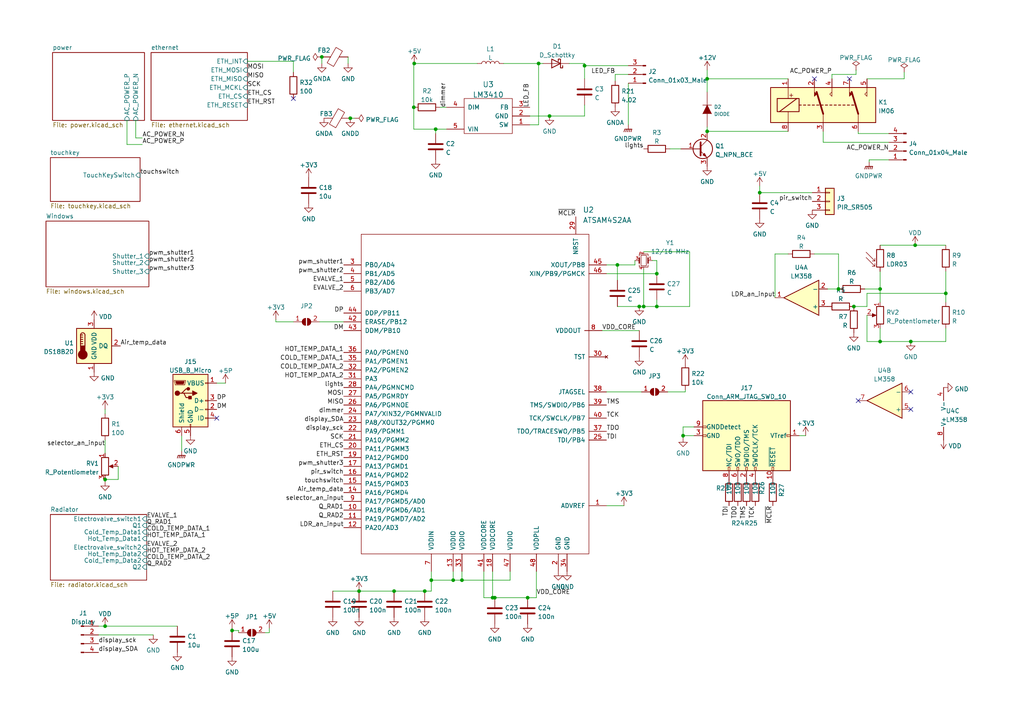
<source format=kicad_sch>
(kicad_sch (version 20211123) (generator eeschema)
  (paper "A4")
  (junction (at 156.21 18.415))
  (junction (at 126.365 37.465))
  (junction (at 190.5 79.375))
  (junction (at 185.42 88.9))
  (junction (at 186.69 88.9))
  (junction (at 120.015 31.115))
  (junction (at 255.27 99.06))
  (junction (at 133.985 168.275))
  (junction (at 205.105 22.86))
  (junction (at 198.12 126.365))
  (junction (at 255.27 83.82))
  (junction (at 179.07 76.835))
  (junction (at 143.51 173.355))
  (junction (at 205.105 38.1))
  (junction (at 101.6 34.29))
  (junction (at 243.205 83.82))
  (junction (at 125.095 168.275))
  (junction (at 120.142 18.415))
  (junction (at 274.32 85.09))
  (junction (at 131.445 168.275))
  (junction (at 104.14 171.45))
  (junction (at 114.3 171.45))
  (junction (at 93.345 16.51))
  (junction (at 169.545 19.05))
  (junction (at 30.48 139.065))
  (junction (at 67.31 182.88))
  (junction (at 142.875 173.355))
  (junction (at 190.5 88.9))
  (junction (at 159.385 33.655))
  (junction (at 264.16 99.06))
  (junction (at 247.65 88.9))
  (junction (at 265.43 71.12))
  (junction (at 153.035 173.355))
  (junction (at 220.345 55.88))
  (junction (at 30.48 181.61))
  (junction (at 123.19 171.45))
  (no_connect (at 236.22 22.86))
  (no_connect (at 264.16 118.745))
  (no_connect (at 264.16 113.665))
  (no_connect (at 246.38 22.86))
  (no_connect (at 62.865 121.285))
  (no_connect (at 248.92 116.205))
  (no_connect (at 85.09 28.575))
  (wire (pts (xy 104.14 171.45) (xy 114.3 171.45)))
  (wire (pts (xy 198.12 126.365) (xy 201.295 126.365)))
  (wire (pts (xy 262.255 22.86) (xy 262.255 20.955)))
  (wire (pts (xy 39.37 34.925) (xy 39.37 40.005)))
  (wire (pts (xy 243.205 83.82) (xy 240.03 83.82)))
  (wire (pts (xy 133.985 165.735) (xy 133.985 168.275)))
  (wire (pts (xy 120.015 18.415) (xy 120.015 31.115)))
  (wire (pts (xy 255.27 83.82) (xy 255.27 87.63)))
  (wire (pts (xy 169.545 22.86) (xy 169.545 19.05)))
  (wire (pts (xy 114.3 171.45) (xy 123.19 171.45)))
  (wire (pts (xy 198.12 126.365) (xy 198.12 127)))
  (wire (pts (xy 120.015 31.115) (xy 120.015 37.465)))
  (wire (pts (xy 220.345 55.88) (xy 235.585 55.88)))
  (wire (pts (xy 231.775 126.365) (xy 233.68 126.365)))
  (wire (pts (xy 62.865 111.125) (xy 65.405 111.125)))
  (wire (pts (xy 238.76 41.275) (xy 257.81 41.275)))
  (wire (pts (xy 175.895 113.665) (xy 186.055 113.665)))
  (wire (pts (xy 30.48 118.745) (xy 30.48 120.015)))
  (wire (pts (xy 143.51 173.355) (xy 153.035 173.355)))
  (wire (pts (xy 274.32 78.74) (xy 274.32 85.09)))
  (wire (pts (xy 186.69 88.9) (xy 185.42 88.9)))
  (wire (pts (xy 251.46 22.86) (xy 262.255 22.86)))
  (wire (pts (xy 52.705 126.365) (xy 52.705 130.81)))
  (wire (pts (xy 190.5 86.995) (xy 190.5 88.9)))
  (wire (pts (xy 265.43 71.12) (xy 274.32 71.12)))
  (wire (pts (xy 34.29 135.255) (xy 34.29 139.065)))
  (wire (pts (xy 175.895 146.685) (xy 180.975 146.685)))
  (wire (pts (xy 252.095 46.355) (xy 252.095 46.99)))
  (wire (pts (xy 205.105 36.83) (xy 205.105 38.1)))
  (wire (pts (xy 179.07 76.835) (xy 179.07 81.28)))
  (wire (pts (xy 179.07 76.835) (xy 184.15 76.835)))
  (wire (pts (xy 255.27 95.25) (xy 255.27 99.06)))
  (wire (pts (xy 133.985 168.275) (xy 147.955 168.275)))
  (wire (pts (xy 175.895 76.835) (xy 179.07 76.835)))
  (wire (pts (xy 142.875 165.735) (xy 142.875 173.355)))
  (wire (pts (xy 251.46 91.44) (xy 251.46 99.06)))
  (wire (pts (xy 243.205 73.66) (xy 243.205 83.82)))
  (wire (pts (xy 153.67 36.195) (xy 156.21 36.195)))
  (wire (pts (xy 274.32 85.09) (xy 274.32 87.63)))
  (wire (pts (xy 205.105 22.86) (xy 205.105 26.67)))
  (wire (pts (xy 92.71 93.345) (xy 99.695 93.345)))
  (wire (pts (xy 96.52 171.45) (xy 104.14 171.45)))
  (wire (pts (xy 36.83 34.925) (xy 36.83 41.91)))
  (wire (pts (xy 205.105 20.32) (xy 205.105 22.86)))
  (wire (pts (xy 255.27 99.06) (xy 264.16 99.06)))
  (wire (pts (xy 138.43 18.415) (xy 120.142 18.415)))
  (wire (pts (xy 257.81 46.355) (xy 252.095 46.355)))
  (wire (pts (xy 67.31 182.245) (xy 67.31 182.88)))
  (wire (pts (xy 142.875 173.355) (xy 143.51 173.355)))
  (wire (pts (xy 189.23 75.565) (xy 190.5 75.565)))
  (wire (pts (xy 220.345 53.975) (xy 220.345 55.88)))
  (wire (pts (xy 200.025 88.9) (xy 190.5 88.9)))
  (wire (pts (xy 78.105 183.515) (xy 76.835 183.515)))
  (wire (pts (xy 174.625 95.885) (xy 185.42 95.885)))
  (wire (pts (xy 205.105 38.1) (xy 228.6 38.1)))
  (wire (pts (xy 241.3 21.59) (xy 241.3 22.86)))
  (wire (pts (xy 198.12 123.825) (xy 198.12 126.365)))
  (wire (pts (xy 198.755 113.665) (xy 198.755 113.03)))
  (wire (pts (xy 30.48 181.61) (xy 51.435 181.61)))
  (wire (pts (xy 169.545 30.48) (xy 169.545 33.655)))
  (wire (pts (xy 179.07 88.9) (xy 185.42 88.9)))
  (wire (pts (xy 85.09 20.955) (xy 85.09 17.78)))
  (wire (pts (xy 100.965 16.51) (xy 100.965 18.415)))
  (wire (pts (xy 125.095 165.735) (xy 125.095 168.275)))
  (wire (pts (xy 28.575 184.15) (xy 44.45 184.15)))
  (wire (pts (xy 126.365 38.735) (xy 126.365 37.465)))
  (wire (pts (xy 169.545 19.05) (xy 169.545 18.415)))
  (wire (pts (xy 200.025 73.025) (xy 200.025 88.9)))
  (wire (pts (xy 247.65 88.9) (xy 251.46 88.9)))
  (wire (pts (xy 251.46 99.06) (xy 255.27 99.06)))
  (wire (pts (xy 101.6 34.29) (xy 102.87 34.29)))
  (wire (pts (xy 146.05 18.415) (xy 156.21 18.415)))
  (wire (pts (xy 178.435 21.59) (xy 182.245 21.59)))
  (wire (pts (xy 30.48 139.065) (xy 30.48 139.7)))
  (wire (pts (xy 169.545 19.05) (xy 182.245 19.05)))
  (wire (pts (xy 248.92 38.735) (xy 257.81 38.735)))
  (wire (pts (xy 125.095 168.275) (xy 131.445 168.275)))
  (wire (pts (xy 175.895 79.375) (xy 190.5 79.375)))
  (wire (pts (xy 140.335 165.735) (xy 140.335 173.355)))
  (wire (pts (xy 36.83 41.91) (xy 41.275 41.91)))
  (wire (pts (xy 201.295 123.825) (xy 198.12 123.825)))
  (wire (pts (xy 248.92 38.1) (xy 248.92 38.735)))
  (wire (pts (xy 169.545 18.415) (xy 165.1 18.415)))
  (wire (pts (xy 186.69 78.105) (xy 186.69 88.9)))
  (wire (pts (xy 264.16 99.06) (xy 274.32 99.06)))
  (wire (pts (xy 156.21 18.415) (xy 157.48 18.415)))
  (wire (pts (xy 126.365 37.465) (xy 129.54 37.465)))
  (wire (pts (xy 140.335 173.355) (xy 142.875 173.355)))
  (wire (pts (xy 251.46 85.09) (xy 274.32 85.09)))
  (wire (pts (xy 125.095 171.45) (xy 125.095 168.275)))
  (wire (pts (xy 251.46 88.9) (xy 251.46 85.09)))
  (wire (pts (xy 131.445 168.275) (xy 133.985 168.275)))
  (wire (pts (xy 69.215 182.88) (xy 69.215 183.515)))
  (wire (pts (xy 186.69 73.025) (xy 200.025 73.025)))
  (wire (pts (xy 30.48 127.635) (xy 30.48 131.445)))
  (wire (pts (xy 80.01 93.345) (xy 80.01 92.71)))
  (wire (pts (xy 120.015 37.465) (xy 126.365 37.465)))
  (wire (pts (xy 190.5 75.565) (xy 190.5 79.375)))
  (wire (pts (xy 169.545 33.655) (xy 159.385 33.655)))
  (wire (pts (xy 236.22 73.66) (xy 243.205 73.66)))
  (wire (pts (xy 131.445 165.735) (xy 131.445 168.275)))
  (wire (pts (xy 39.37 40.005) (xy 41.275 40.005)))
  (wire (pts (xy 127.635 31.115) (xy 129.54 31.115)))
  (wire (pts (xy 67.31 182.88) (xy 69.215 182.88)))
  (wire (pts (xy 205.105 22.86) (xy 228.6 22.86)))
  (wire (pts (xy 238.76 38.1) (xy 238.76 41.275)))
  (wire (pts (xy 34.29 139.065) (xy 30.48 139.065)))
  (wire (pts (xy 155.575 165.735) (xy 155.575 173.355)))
  (wire (pts (xy 184.15 76.835) (xy 184.15 75.565)))
  (wire (pts (xy 147.955 168.275) (xy 147.955 165.735)))
  (wire (pts (xy 156.21 36.195) (xy 156.21 18.415)))
  (wire (pts (xy 123.19 171.45) (xy 125.095 171.45)))
  (wire (pts (xy 178.435 21.59) (xy 178.435 23.495)))
  (wire (pts (xy 190.5 88.9) (xy 186.69 88.9)))
  (wire (pts (xy 274.32 99.06) (xy 274.32 95.25)))
  (wire (pts (xy 224.79 73.66) (xy 228.6 73.66)))
  (wire (pts (xy 194.31 43.18) (xy 197.485 43.18)))
  (wire (pts (xy 78.105 182.245) (xy 78.105 183.515)))
  (wire (pts (xy 85.09 17.78) (xy 71.755 17.78)))
  (wire (pts (xy 250.825 83.82) (xy 255.27 83.82)))
  (wire (pts (xy 182.245 24.13) (xy 182.245 36.195)))
  (wire (pts (xy 155.575 173.355) (xy 153.035 173.355)))
  (wire (pts (xy 28.575 181.61) (xy 30.48 181.61)))
  (wire (pts (xy 248.285 21.59) (xy 241.3 21.59)))
  (wire (pts (xy 93.345 16.51) (xy 93.345 18.415)))
  (wire (pts (xy 248.285 20.32) (xy 248.285 21.59)))
  (wire (pts (xy 193.675 113.665) (xy 198.755 113.665)))
  (wire (pts (xy 255.27 78.74) (xy 255.27 83.82)))
  (wire (pts (xy 224.79 86.36) (xy 224.79 73.66)))
  (wire (pts (xy 120.142 18.415) (xy 120.015 18.415)))
  (wire (pts (xy 85.09 93.345) (xy 80.01 93.345)))
  (wire (pts (xy 153.67 33.655) (xy 159.385 33.655)))
  (wire (pts (xy 255.27 71.12) (xy 265.43 71.12)))
  (label "EVALVE_1" (at 42.545 150.495 0))
  (label "dimmer" (at 129.54 31.115 90))
  (label "AC_POWER_P" (at 41.275 41.91 0))
  (label "LDR_an_input" (at 224.79 86.36 180))
  (label "pwm_shutter1" (at 43.18 74.295 0))
  (label "SCK" (at 99.695 127.635 180))
  (label "LED_FB" (at 178.435 21.59 180))
  (label "pwm_shutter2" (at 43.18 76.2 0))
  (label "dimmer" (at 99.695 120.015 180))
  (label "pir_switch" (at 99.695 137.795 180))
  (label "display_SDA" (at 28.575 189.23 0))
  (label "MOSI" (at 99.695 114.935 180))
  (label "COLD_TEMP_DATA_2" (at 42.545 162.56 0))
  (label "MISO" (at 99.695 117.475 180))
  (label "TDI" (at 175.895 127.635 0))
  (label "pwm_shutter3" (at 99.695 135.255 180))
  (label "~{MCLR}" (at 224.155 146.685 270))
  (label "ETH_CS" (at 71.755 27.94 0))
  (label "pir_switch" (at 235.585 58.42 180))
  (label "HOT_TEMP_DATA_2" (at 99.695 109.855 180))
  (label "HOT_TEMP_DATA_2" (at 42.545 160.655 0))
  (label "ETH_CS" (at 99.695 130.175 180))
  (label "TMS" (at 175.895 117.475 0))
  (label "Q_RAD1" (at 99.695 147.955 180))
  (label "COLD_TEMP_DATA_1" (at 42.545 154.305 0))
  (label "LED_FB" (at 153.67 31.115 90))
  (label "AC_POWER_N" (at 257.81 43.815 180))
  (label "DM" (at 62.865 118.745 0))
  (label "~{MCLR}" (at 167.005 62.865 180))
  (label "ETH_RST" (at 71.755 30.48 0))
  (label "MISO" (at 71.755 22.86 0))
  (label "LDR_an_input" (at 99.695 153.035 180))
  (label "display_sck" (at 28.575 186.69 0))
  (label "EVALVE_1" (at 99.695 81.915 180))
  (label "VDD_CORE" (at 155.575 172.72 0))
  (label "EVALVE_2" (at 99.695 84.455 180))
  (label "pwm_shutter2" (at 99.695 79.375 180))
  (label "selector_an_input" (at 99.695 145.415 180))
  (label "AC_POWER_P" (at 241.3 21.59 180))
  (label "AC_POWER_N" (at 41.275 40.005 0))
  (label "DP" (at 62.865 116.205 0))
  (label "HOT_TEMP_DATA_1" (at 42.545 156.21 0))
  (label "pwm_shutter1" (at 99.695 76.835 180))
  (label "Q_RAD2" (at 99.695 150.495 180))
  (label "touchswitch" (at 99.695 140.335 180))
  (label "MOSI" (at 71.755 20.32 0))
  (label "lights" (at 186.69 43.18 180))
  (label "TDO" (at 175.895 125.095 0))
  (label "EVALVE_2" (at 42.545 158.75 0))
  (label "Air_temp_data" (at 99.695 142.875 180))
  (label "selector_an_input" (at 30.48 129.54 180))
  (label "display_sck" (at 99.695 125.095 180))
  (label "TCK" (at 219.075 146.685 270))
  (label "COLD_TEMP_DATA_1" (at 99.695 104.775 180))
  (label "lights" (at 99.695 112.395 180))
  (label "Q_RAD2" (at 42.545 164.465 0))
  (label "SCK" (at 71.755 25.4 0))
  (label "HOT_TEMP_DATA_1" (at 99.695 102.235 180))
  (label "pwm_shutter3" (at 43.18 78.74 0))
  (label "VDD_CORE" (at 174.625 95.885 0))
  (label "Q_RAD1" (at 42.545 152.4 0))
  (label "TDI" (at 211.455 146.685 270))
  (label "Air_temp_data" (at 34.925 100.33 0))
  (label "ETH_RST" (at 99.695 132.715 180))
  (label "TCK" (at 175.895 121.285 0))
  (label "touchswitch" (at 40.64 50.8 0))
  (label "DP" (at 99.695 90.805 180))
  (label "COLD_TEMP_DATA_2" (at 99.695 107.315 180))
  (label "DM" (at 99.695 95.885 180))
  (label "TMS" (at 216.535 146.685 270))
  (label "TDO" (at 213.995 146.685 270))
  (label "display_SDA" (at 99.695 122.555 180))
  (symbol (lib_id "Device:R") (at 274.32 74.93 0) (mirror y) (unit 1)
    (property "Reference" "R9" (at 276.098 74.0953 0) (effects (justify right)))
    (property "Value" "R" (at 276.098 76.6322 0) (effects (justify right)))
    (property "Footprint" "Resistor_SMD:R_0201_0603Metric_Pad0.64x0.40mm_HandSolder" (effects hide))
  )
  (symbol (lib_id "Device:R") (at 219.075 142.875 0) (unit 1)
    (property "Reference" "R26" (at 220.98 143.51 90) (effects (justify left)))
    (property "Value" "100" (at 219.075 143.51 90) (effects (justify left)))
    (property "Footprint" "Resistor_SMD:R_0201_0603Metric_Pad0.64x0.40mm_HandSolder" (effects hide))
  )
  (symbol (lib_id "myLibrary:GND") (at 143.51 180.975 0) (unit 1)
    (property "Reference" "#PWR0117" (effects hide))
    (property "Value" "GND" (at 143.51 185.4184 0))
  )
  (symbol (lib_id "Connector:Conn_01x04_Male") (at 23.495 184.15 0) (unit 1)
    (property "Reference" "J1" (at 24.13 177.834 0))
    (property "Value" "Display" (at 24.13 180.3709 0))
    (property "Footprint" "Connector_JST:JST_PH_B4B-PH-K_1x04_P2.00mm_Vertical" (effects hide))
    (property "url" "https://www.amazon.es/dp/B078J78R45/ref=sspa_dk_detail_0?psc=1&pd_rd_i=B078J78R45&pd_rd_w=cY64k&content-id=amzn1.sym.9c67f205-18e7-4d34-beb2-37ec708092ed&pf_rd_p=9c67f205-18e7-4d34-beb2-37ec708092ed&pf_rd_r=749S8JQASYTGV3R79W08&pd_rd_wg=tc7rZ&pd_rd_r=1a991538-8125-41b3-8eea-8035c94e15fe&s=computers&sp_csd=d2lkZ2V0TmFtZT1zcF9kZXRhaWw" (effects hide))
  )
  (symbol (lib_id "myLibrary:GND") (at 153.035 180.975 0) (unit 1)
    (property "Reference" "#PWR0116" (effects hide))
    (property "Value" "GND" (at 153.035 185.4184 0))
  )
  (symbol (lib_id "myLibrary:ATSAM4S2AA") (at 123.825 88.265 0) (unit 1)
    (property "Reference" "U2" (at 169.0244 60.8675 0) (effects (font (size 1.524 1.524)) (justify left)))
    (property "Value" "ATSAM4S2AA" (at 169.0244 63.8609 0) (effects (font (size 1.524 1.524)) (justify left)))
    (property "Footprint" "Package_QFP:LQFP-48_7x7mm_P0.5mm" (effects hide))
  )
  (symbol (lib_id "power:GNDA") (at 178.435 31.115 0) (unit 1)
    (property "Reference" "#PWR0102" (effects hide))
    (property "Value" "GNDA" (at 178.435 35.5584 0))
  )
  (symbol (lib_id "myLibrary:GND") (at 235.585 60.96 0) (unit 1)
    (property "Reference" "#PWR015" (effects hide))
    (property "Value" "GND" (at 235.585 65.4034 0))
  )
  (symbol (lib_id "myLibrary:GND") (at 27.305 107.95 0) (unit 1)
    (property "Reference" "#PWR02" (effects hide))
    (property "Value" "GND" (at 29.21 109.6538 0) (effects (justify left)))
  )
  (symbol (lib_id "power:GNDPWR") (at 52.705 130.81 0) (unit 1)
    (property "Reference" "#PWR0114" (effects hide))
    (property "Value" "GNDPWR" (at 52.578 134.847 0))
  )
  (symbol (lib_id "myLibrary:GND") (at 264.16 99.06 0) (unit 1)
    (property "Reference" "#PWR019" (effects hide))
    (property "Value" "GND" (at 264.16 103.5034 0))
  )
  (symbol (lib_id "myLibrary:GND") (at 67.31 190.5 0) (unit 1)
    (property "Reference" "#PWR0113" (effects hide))
    (property "Value" "GND" (at 67.31 194.9434 0))
  )
  (symbol (lib_id "Device:C") (at 179.07 85.09 0) (unit 1)
    (property "Reference" "C25" (at 181.991 84.2553 0) (effects (justify left)))
    (property "Value" "C" (at 181.991 86.7922 0) (effects (justify left)))
    (property "Footprint" "Capacitor_SMD:C_0603_1608Metric_Pad1.08x0.95mm_HandSolder" (effects hide))
  )
  (symbol (lib_id "Device:R") (at 211.455 142.875 0) (unit 1)
    (property "Reference" "R23" (at 207.645 141.605 0) (effects (justify left)))
    (property "Value" "100" (at 211.455 143.51 90) (effects (justify left)))
    (property "Footprint" "Resistor_SMD:R_0201_0603Metric_Pad0.64x0.40mm_HandSolder" (effects hide))
  )
  (symbol (lib_id "Amplifier_Operational:LM358") (at 256.54 116.205 180) (unit 2)
    (property "Reference" "U4" (at 256.54 107.4252 0))
    (property "Value" "LM358" (at 256.54 109.9621 0))
    (property "Footprint" "Package_SO:SOIC-8_3.9x4.9mm_P1.27mm" (effects hide))
    (property "Datasheet" "http://www.ti.com/lit/ds/symlink/lm2904-n.pdf" (effects hide))
  )
  (symbol (lib_id "Device:C") (at 185.42 99.695 0) (unit 1)
    (property "Reference" "C26" (at 188.341 98.8603 0) (effects (justify left)))
    (property "Value" "C" (at 188.341 101.3972 0) (effects (justify left)))
    (property "Footprint" "Capacitor_SMD:C_0603_1608Metric_Pad1.08x0.95mm_HandSolder" (effects hide))
  )
  (symbol (lib_id "Device:C") (at 190.5 83.185 0) (unit 1)
    (property "Reference" "C27" (at 193.421 82.3503 0) (effects (justify left)))
    (property "Value" "C" (at 193.421 84.8872 0) (effects (justify left)))
    (property "Footprint" "Capacitor_SMD:C_0603_1608Metric_Pad1.08x0.95mm_HandSolder" (effects hide))
  )
  (symbol (lib_id "Connector:Conn_01x04_Male") (at 262.89 43.815 180) (unit 1)
    (property "Reference" "J4" (at 263.6012 41.7103 0) (effects (justify right)))
    (property "Value" "Conn_01x04_Male" (at 263.6012 44.2472 0) (effects (justify right)))
    (property "Footprint" "TerminalBlock_Phoenix:TerminalBlock_Phoenix_MKDS-1,5-4-5.08_1x04_P5.08mm_Horizontal" (effects hide))
  )
  (symbol (lib_id "power:+5V") (at 220.345 53.975 0) (unit 1)
    (property "Reference" "#PWR013" (effects hide))
    (property "Value" "+5V" (at 220.345 50.3992 0))
  )
  (symbol (lib_id "myLibrary:GND") (at 185.42 88.9 0) (unit 1)
    (property "Reference" "#PWR0101" (effects hide))
    (property "Value" "GND" (at 185.42 93.3434 0))
  )
  (symbol (lib_id "Connector:Conn_01x03_Male") (at 187.325 21.59 180) (unit 1)
    (property "Reference" "J2" (at 188.0362 20.7553 0) (effects (justify right)))
    (property "Value" "Conn_01x03_Male" (at 188.0362 23.2922 0) (effects (justify right)))
    (property "Footprint" "TerminalBlock_Phoenix:TerminalBlock_Phoenix_MKDS-1,5-3-5.08_1x03_P5.08mm_Horizontal" (effects hide))
  )
  (symbol (lib_id "myLibrary:GND") (at 220.345 63.5 0) (unit 1)
    (property "Reference" "#PWR014" (effects hide))
    (property "Value" "GND" (at 220.345 67.9434 0))
  )
  (symbol (lib_id "myLibrary:GND") (at 30.48 139.7 0) (unit 1)
    (property "Reference" "#PWR04" (effects hide))
    (property "Value" "GND" (at 30.48 144.1434 0))
  )
  (symbol (lib_id "power:+12V") (at 205.105 20.32 0) (unit 1)
    (property "Reference" "#PWR011" (effects hide))
    (property "Value" "+12V" (at 205.105 16.7442 0))
  )
  (symbol (lib_id "power:GNDA") (at 93.345 18.415 0) (unit 1)
    (property "Reference" "#PWR0145" (effects hide))
    (property "Value" "GNDA" (at 93.345 22.8584 0))
  )
  (symbol (lib_id "Device:R") (at 198.755 109.22 0) (unit 1)
    (property "Reference" "R22" (at 200.533 108.3853 0) (effects (justify left)))
    (property "Value" "10k" (at 200.533 110.9222 0) (effects (justify left)))
    (property "Footprint" "Resistor_SMD:R_0201_0603Metric_Pad0.64x0.40mm_HandSolder" (effects hide))
  )
  (symbol (lib_id "power:VDD") (at 30.48 181.61 0) (unit 1)
    (property "Reference" "#PWR05" (effects hide))
    (property "Value" "VDD" (at 30.48 178.0342 0))
  )
  (symbol (lib_id "Device:C") (at 96.52 175.26 0) (unit 1)
    (property "Reference" "C19" (at 99.441 174.4253 0) (effects (justify left)))
    (property "Value" "100n" (at 99.441 176.9622 0) (effects (justify left)))
    (property "Footprint" "Capacitor_SMD:C_0603_1608Metric_Pad1.08x0.95mm_HandSolder" (effects hide))
  )
  (symbol (lib_id "myLibrary:GND") (at 198.12 127 0) (unit 1)
    (property "Reference" "#PWR0106" (effects hide))
    (property "Value" "GND" (at 198.12 131.4434 0))
  )
  (symbol (lib_id "Device:R_Potentiometer") (at 255.27 91.44 0) (mirror y) (unit 1)
    (property "Reference" "RV2" (at 257.048 90.6053 0) (effects (justify right)))
    (property "Value" "R_Potentiometer" (at 257.048 93.1422 0) (effects (justify right)))
    (property "Footprint" "Potentiometer_SMD:Potentiometer_Bourns_TC33X_Vertical" (effects hide))
    (property "Supplier and ref" "743-2491" (effects hide))
  )
  (symbol (lib_id "Device:C") (at 126.365 42.545 0) (unit 1)
    (property "Reference" "C2" (at 129.286 41.7103 0) (effects (justify left)))
    (property "Value" "C" (at 129.286 44.2472 0) (effects (justify left)))
    (property "Footprint" "Capacitor_SMD:C_0603_1608Metric_Pad1.08x0.95mm_HandSolder" (effects hide))
  )
  (symbol (lib_id "myLibrary:GND") (at 161.925 165.735 0) (unit 1)
    (property "Reference" "#PWR0109" (effects hide))
    (property "Value" "GND" (at 161.925 170.1784 0))
  )
  (symbol (lib_id "myLibrary:GND") (at 114.3 179.07 0) (unit 1)
    (property "Reference" "#PWR0121" (effects hide))
    (property "Value" "GND" (at 114.3 183.5134 0))
  )
  (symbol (lib_id "Device:R") (at 274.32 91.44 0) (unit 1)
    (property "Reference" "R10" (at 276.098 90.6053 0) (effects (justify left)))
    (property "Value" "R" (at 276.098 93.1422 0) (effects (justify left)))
    (property "Footprint" "Resistor_SMD:R_0201_0603Metric_Pad0.64x0.40mm_HandSolder" (effects hide))
  )
  (symbol (lib_id "power:+3V3") (at 89.535 51.435 0) (unit 1)
    (property "Reference" "#PWR0123" (effects hide))
    (property "Value" "+3V3" (at 89.535 47.8592 0))
  )
  (symbol (lib_id "Device:C") (at 123.19 175.26 0) (unit 1)
    (property "Reference" "C22" (at 126.111 174.4253 0) (effects (justify left)))
    (property "Value" "100n" (at 126.111 176.9622 0) (effects (justify left)))
    (property "Footprint" "Capacitor_SMD:C_0603_1608Metric_Pad1.08x0.95mm_HandSolder" (effects hide))
  )
  (symbol (lib_id "myLibrary:GND") (at 185.42 103.505 0) (unit 1)
    (property "Reference" "#PWR0104" (effects hide))
    (property "Value" "GND" (at 185.42 107.9484 0))
  )
  (symbol (lib_id "power:+5V") (at 120.142 18.415 0) (unit 1)
    (property "Reference" "#PWR0144" (effects hide))
    (property "Value" "+5V" (at 120.142 14.8392 0))
  )
  (symbol (lib_id "Jumper:SolderJumper_2_Open") (at 88.9 93.345 0) (unit 1)
    (property "Reference" "JP2" (at 88.9 88.7562 0))
    (property "Value" "SolderJumper_2_Open" (effects hide))
    (property "Footprint" "Jumper:SolderJumper-2_P1.3mm_Open_TrianglePad1.0x1.5mm" (effects hide))
  )
  (symbol (lib_id "Jumper:SolderJumper_2_Open") (at 73.025 183.515 0) (unit 1)
    (property "Reference" "JP1" (at 73.025 178.9262 0))
    (property "Value" "SolderJumper_2_Open" (effects hide))
    (property "Footprint" "Jumper:SolderJumper-2_P1.3mm_Open_TrianglePad1.0x1.5mm" (effects hide))
  )
  (symbol (lib_id "Device:C") (at 89.535 55.245 0) (unit 1)
    (property "Reference" "C18" (at 92.456 54.4103 0) (effects (justify left)))
    (property "Value" "10u" (at 92.456 56.9472 0) (effects (justify left)))
    (property "Footprint" "Capacitor_Tantalum_SMD:CP_EIA-3528-12_Kemet-T_Pad1.50x2.35mm_HandSolder" (effects hide))
  )
  (symbol (lib_id "Device:R") (at 213.995 142.875 0) (unit 1)
    (property "Reference" "R24" (at 212.09 151.765 0) (effects (justify left)))
    (property "Value" "100" (at 213.995 143.51 90) (effects (justify left)))
    (property "Footprint" "Resistor_SMD:R_0201_0603Metric_Pad0.64x0.40mm_HandSolder" (effects hide))
  )
  (symbol (lib_id "power:+3V3") (at 104.14 171.45 0) (unit 1)
    (property "Reference" "#PWR0120" (effects hide))
    (property "Value" "+3V3" (at 104.14 167.8742 0))
  )
  (symbol (lib_id "power:PWR_FLAG") (at 102.87 34.29 270) (unit 1)
    (property "Reference" "#FLG05" (effects hide))
    (property "Value" "PWR_FLAG" (at 106.045 34.7238 90) (effects (justify left)))
  )
  (symbol (lib_id "Device:Q_NPN_BCE") (at 202.565 43.18 0) (unit 1)
    (property "Reference" "Q1" (at 207.4164 42.3453 0) (effects (justify left)))
    (property "Value" "Q_NPN_BCE" (at 207.4164 44.8822 0) (effects (justify left)))
    (property "Footprint" "Package_TO_SOT_SMD:SOT-223-3_TabPin2" (effects hide))
  )
  (symbol (lib_id "Device:FerriteBead") (at 97.155 16.51 90) (unit 1)
    (property "Reference" "FB2" (at 93.98 14.605 90))
    (property "Value" "FerriteBead" (effects hide))
    (property "Footprint" "Inductor_SMD:L_0603_1608Metric_Pad1.05x0.95mm_HandSolder" (effects hide))
  )
  (symbol (lib_id "Device:R") (at 178.435 27.305 0) (unit 1)
    (property "Reference" "R21" (at 180.213 26.4703 0) (effects (justify left)))
    (property "Value" "4.02" (at 180.213 29.0072 0) (effects (justify left)))
    (property "Footprint" "Resistor_SMD:R_0201_0603Metric_Pad0.64x0.40mm_HandSolder" (effects hide))
  )
  (symbol (lib_id "myLibrary:DIODE") (at 205.105 31.75 90) (unit 1)
    (property "Reference" "D2" (at 207.0862 31.0188 90) (effects (font (size 1.016 1.016)) (justify right)))
    (property "Value" "DIODE" (at 207.0862 33.0992 90) (effects (font (size 1.016 1.016)) (justify right)))
    (property "Footprint" "Diode_SMD:D_MELF_Handsoldering" (effects hide))
  )
  (symbol (lib_id "Device:C") (at 143.51 177.165 0) (unit 1)
    (property "Reference" "C23" (at 146.431 176.3303 0) (effects (justify left)))
    (property "Value" "100n" (at 146.431 178.8672 0) (effects (justify left)))
    (property "Footprint" "Capacitor_SMD:C_0603_1608Metric_Pad1.08x0.95mm_HandSolder" (effects hide))
  )
  (symbol (lib_id "Device:R") (at 247.015 83.82 90) (unit 1)
    (property "Reference" "R6" (at 247.015 79.1042 90))
    (property "Value" "R" (at 247.015 81.6411 90))
    (property "Footprint" "Resistor_SMD:R_0201_0603Metric_Pad0.64x0.40mm_HandSolder" (effects hide))
  )
  (symbol (lib_id "power:+3V3") (at 180.975 146.685 0) (unit 1)
    (property "Reference" "#PWR0107" (effects hide))
    (property "Value" "+3V3" (at 180.975 143.1092 0))
  )
  (symbol (lib_id "Device:D_Schottky") (at 161.29 18.415 180) (unit 1)
    (property "Reference" "D1" (at 161.6075 13.4452 0))
    (property "Value" "D_Schottky" (at 161.6075 15.9821 0))
    (property "Footprint" "Diode_SMD:D_Powermite2_AK" (effects hide))
  )
  (symbol (lib_id "myLibrary:LM3410") (at 139.7 37.465 0) (unit 1)
    (property "Reference" "U3" (at 141.605 24.4909 0) (effects (font (size 1.524 1.524))))
    (property "Value" "LM3410" (at 141.605 27.4843 0) (effects (font (size 1.524 1.524))))
    (property "Footprint" "Package_TO_SOT_SMD:SOT-23-5_HandSoldering" (effects hide))
    (property "Supplier and ref" "517268" (effects hide))
  )
  (symbol (lib_id "power:VDD") (at 27.305 92.71 0) (unit 1)
    (property "Reference" "#PWR01" (effects hide))
    (property "Value" "VDD" (at 28.702 91.8738 0) (effects (justify left)))
  )
  (symbol (lib_id "myLibrary:GND") (at 96.52 179.07 0) (unit 1)
    (property "Reference" "#PWR0119" (effects hide))
    (property "Value" "GND" (at 96.52 183.5134 0))
  )
  (symbol (lib_id "Relay:IM06") (at 238.76 30.48 0) (unit 1)
    (property "Reference" "K1" (at 254.762 29.6453 0) (effects (justify left)))
    (property "Value" "IM06" (at 254.762 32.1822 0) (effects (justify left)))
    (property "Footprint" "footprints:IM06CTS" (effects hide))
    (property "Datasheet" "http://www.te.com/commerce/DocumentDelivery/DDEController?Action=srchrtrv&DocNm=108-98001&DocType=SS&DocLang=EN" (effects hide))
    (property "Supplier and ref" "422-7041" (effects hide))
  )
  (symbol (lib_id "myLibrary:GND") (at 51.435 189.23 0) (unit 1)
    (property "Reference" "#PWR07" (effects hide))
    (property "Value" "GND" (at 51.435 193.6734 0))
  )
  (symbol (lib_id "Sensor_Temperature:DS18B20") (at 27.305 100.33 0) (unit 1)
    (property "Reference" "U1" (at 21.463 99.4953 0) (effects (justify right)))
    (property "Value" "DS18B20" (at 21.463 102.0322 0) (effects (justify right)))
    (property "Footprint" "Package_TO_SOT_THT:TO-92_Inline" (effects hide))
    (property "Datasheet" "http://datasheets.maximintegrated.com/en/ds/DS18B20.pdf" (effects hide))
  )
  (symbol (lib_id "Device:C") (at 169.545 26.67 0) (unit 1)
    (property "Reference" "C3" (at 172.466 25.8353 0) (effects (justify left)))
    (property "Value" "C" (at 172.466 28.3722 0) (effects (justify left)))
    (property "Footprint" "Capacitor_SMD:C_0603_1608Metric_Pad1.08x0.95mm_HandSolder" (effects hide))
  )
  (symbol (lib_id "myLibrary:GND") (at 273.685 112.395 90) (unit 1)
    (property "Reference" "#PWR021" (effects hide))
    (property "Value" "GND" (at 276.86 112.8288 90) (effects (justify right)))
  )
  (symbol (lib_id "power:GNDA") (at 93.98 34.29 0) (unit 1)
    (property "Reference" "#PWR061" (effects hide))
    (property "Value" "GNDA" (at 93.98 38.7334 0))
  )
  (symbol (lib_id "power:GNDPWR") (at 252.095 46.99 0) (unit 1)
    (property "Reference" "#PWR018" (effects hide))
    (property "Value" "GNDPWR" (at 251.968 51.027 0))
  )
  (symbol (lib_id "Device:R") (at 123.825 31.115 90) (unit 1)
    (property "Reference" "R2" (at 123.825 26.3992 90))
    (property "Value" "10k" (at 123.825 28.9361 90))
    (property "Footprint" "Resistor_SMD:R_0201_0603Metric_Pad0.64x0.40mm_HandSolder" (effects hide))
  )
  (symbol (lib_id "Device:R") (at 85.09 24.765 180) (unit 1)
    (property "Reference" "R32" (at 86.868 23.9303 0) (effects (justify right)))
    (property "Value" "100" (at 86.868 26.4672 0) (effects (justify right)))
    (property "Footprint" "Resistor_SMD:R_0201_0603Metric_Pad0.64x0.40mm_HandSolder" (effects hide))
  )
  (symbol (lib_id "Connector:Conn_ARM_JTAG_SWD_10") (at 216.535 126.365 270) (unit 1)
    (property "Reference" "J17" (at 216.535 112.5052 90))
    (property "Value" "Conn_ARM_JTAG_SWD_10" (at 216.535 115.0421 90))
    (property "Footprint" "Connector_PinHeader_2.54mm:PinHeader_2x05_P2.54mm_Vertical" (effects hide))
    (property "Datasheet" "http://infocenter.arm.com/help/topic/com.arm.doc.ddi0314h/DDI0314H_coresight_components_trm.pdf" (effects hide))
  )
  (symbol (lib_id "myLibrary:GND") (at 159.385 33.655 0) (unit 1)
    (property "Reference" "#PWR09" (effects hide))
    (property "Value" "GND" (at 159.385 38.0984 0))
  )
  (symbol (lib_id "Device:C") (at 67.31 186.69 0) (unit 1)
    (property "Reference" "C17" (at 70.231 185.8553 0) (effects (justify left)))
    (property "Value" "100u" (at 70.231 188.3922 0) (effects (justify left)))
    (property "Footprint" "Capacitor_Tantalum_SMD:CP_EIA-6032-15_Kemet-U_Pad2.25x2.35mm_HandSolder" (effects hide))
  )
  (symbol (lib_id "Device:R") (at 30.48 123.825 0) (unit 1)
    (property "Reference" "R1" (at 32.258 122.9903 0) (effects (justify left)))
    (property "Value" "100" (at 32.258 125.5272 0) (effects (justify left)))
    (property "Footprint" "Resistor_SMD:R_0201_0603Metric_Pad0.64x0.40mm_HandSolder" (effects hide))
  )
  (symbol (lib_id "Device:FerriteBead") (at 97.79 34.29 90) (unit 1)
    (property "Reference" "FB3" (at 94.615 33.02 90))
    (property "Value" "FerriteBead" (effects hide))
    (property "Footprint" "Inductor_SMD:L_0603_1608Metric_Pad1.05x0.95mm_HandSolder" (effects hide))
  )
  (symbol (lib_id "myLibrary:GND") (at 247.65 96.52 0) (unit 1)
    (property "Reference" "#PWR017" (effects hide))
    (property "Value" "GND" (at 247.65 100.9634 0))
  )
  (symbol (lib_id "Sensor_Optical:LDR03") (at 255.27 74.93 0) (unit 1)
    (property "Reference" "R8" (at 257.048 74.0953 0) (effects (justify left)))
    (property "Value" "LDR03" (at 257.048 76.6322 0) (effects (justify left)))
    (property "Footprint" "Connector_PinHeader_2.54mm:PinHeader_1x02_P2.54mm_Vertical" (effects hide))
    (property "Datasheet" "http://www.elektronica-componenten.nl/WebRoot/StoreNL/Shops/61422969/54F1/BA0C/C664/31B9/2173/C0A8/2AB9/2AEF/LDR03IMP.pdf" (effects hide))
  )
  (symbol (lib_id "Amplifier_Operational:LM358") (at 271.145 120.015 180) (unit 3)
    (property "Reference" "U4" (at 274.32 119.1803 0) (effects (justify right)))
    (property "Value" "LM358" (at 274.32 121.7172 0) (effects (justify right)))
    (property "Footprint" "Package_SO:SOIC-8_3.9x4.9mm_P1.27mm" (effects hide))
    (property "Datasheet" "http://www.ti.com/lit/ds/symlink/lm2904-n.pdf" (effects hide))
  )
  (symbol (lib_id "Device:R") (at 224.155 142.875 0) (unit 1)
    (property "Reference" "R27" (at 226.695 144.145 90) (effects (justify left)))
    (property "Value" "100" (at 224.155 143.51 90) (effects (justify left)))
    (property "Footprint" "Resistor_SMD:R_0201_0603Metric_Pad0.64x0.40mm_HandSolder" (effects hide))
  )
  (symbol (lib_id "Device:C") (at 114.3 175.26 0) (unit 1)
    (property "Reference" "C21" (at 117.221 174.4253 0) (effects (justify left)))
    (property "Value" "100n" (at 117.221 176.9622 0) (effects (justify left)))
    (property "Footprint" "Capacitor_SMD:C_0603_1608Metric_Pad1.08x0.95mm_HandSolder" (effects hide))
  )
  (symbol (lib_id "myLibrary:GND") (at 44.45 184.15 0) (unit 1)
    (property "Reference" "#PWR06" (effects hide))
    (property "Value" "GND" (at 44.45 188.5934 0))
  )
  (symbol (lib_id "power:+5V") (at 78.105 182.245 0) (unit 1)
    (property "Reference" "#PWR0111" (effects hide))
    (property "Value" "+5V" (at 78.105 178.6692 0))
  )
  (symbol (lib_id "power:VDD") (at 265.43 71.12 0) (unit 1)
    (property "Reference" "#PWR020" (effects hide))
    (property "Value" "VDD" (at 265.43 67.5442 0))
  )
  (symbol (lib_id "myLibrary:GND") (at 89.535 59.055 0) (unit 1)
    (property "Reference" "#PWR0124" (effects hide))
    (property "Value" "GND" (at 89.535 63.4984 0))
  )
  (symbol (lib_id "power:+3V3") (at 80.01 92.71 0) (unit 1)
    (property "Reference" "#PWR0125" (effects hide))
    (property "Value" "+3V3" (at 80.01 89.1342 0))
  )
  (symbol (lib_id "Device:R") (at 190.5 43.18 90) (unit 1)
    (property "Reference" "R3" (at 190.5 38.4642 90))
    (property "Value" "R" (at 190.5 41.0011 90))
    (property "Footprint" "Resistor_SMD:R_0201_0603Metric_Pad0.64x0.40mm_HandSolder" (effects hide))
  )
  (symbol (lib_id "myLibrary:GND") (at 123.19 179.07 0) (unit 1)
    (property "Reference" "#PWR0122" (effects hide))
    (property "Value" "GND" (at 123.19 183.5134 0))
  )
  (symbol (lib_id "myLibrary:GND") (at 126.365 46.355 0) (unit 1)
    (property "Reference" "#PWR08" (effects hide))
    (property "Value" "GND" (at 126.365 50.7984 0))
  )
  (symbol (lib_id "power:PWR_FLAG") (at 248.285 20.32 0) (unit 1)
    (property "Reference" "#FLG0104" (effects hide))
    (property "Value" "PWR_FLAG" (at 248.285 16.7442 0))
  )
  (symbol (lib_id "Device:R") (at 243.84 88.9 90) (mirror x) (unit 1)
    (property "Reference" "R5" (at 243.84 84.1842 90))
    (property "Value" "R" (at 243.84 86.7211 90))
    (property "Footprint" "Resistor_SMD:R_0201_0603Metric_Pad0.64x0.40mm_HandSolder" (effects hide))
  )
  (symbol (lib_id "Device:Crystal_GND24_Small") (at 186.69 75.565 180) (unit 1)
    (property "Reference" "Y1" (at 194.338 70.4173 0))
    (property "Value" "12/16 MHz" (at 194.338 72.9542 0))
    (property "Footprint" "Crystal:Crystal_SMD_5032-4Pin_5.0x3.2mm" (effects hide))
  )
  (symbol (lib_id "Device:R") (at 216.535 142.875 0) (unit 1)
    (property "Reference" "R25" (at 215.9 151.765 0) (effects (justify left)))
    (property "Value" "100" (at 216.535 143.51 90) (effects (justify left)))
    (property "Footprint" "Resistor_SMD:R_0201_0603Metric_Pad0.64x0.40mm_HandSolder" (effects hide))
  )
  (symbol (lib_id "myLibrary:GND") (at 164.465 165.735 0) (unit 1)
    (property "Reference" "#PWR0110" (effects hide))
    (property "Value" "GND" (at 164.465 170.1784 0))
  )
  (symbol (lib_id "power:+3V3") (at 233.68 126.365 0) (unit 1)
    (property "Reference" "#PWR0105" (effects hide))
    (property "Value" "+3V3" (at 233.68 122.7892 0))
  )
  (symbol (lib_id "myLibrary:GND") (at 100.965 18.415 0) (unit 1)
    (property "Reference" "#PWR0146" (effects hide))
    (property "Value" "GND" (at 100.965 22.8584 0))
  )
  (symbol (lib_id "Device:C") (at 153.035 177.165 0) (unit 1)
    (property "Reference" "C24" (at 155.956 176.3303 0) (effects (justify left)))
    (property "Value" "100n" (at 155.956 178.8672 0) (effects (justify left)))
    (property "Footprint" "Capacitor_SMD:C_0603_1608Metric_Pad1.08x0.95mm_HandSolder" (effects hide))
  )
  (symbol (lib_id "myLibrary:GNDD") (at 101.6 34.29 0) (unit 1)
    (property "Reference" "#PWR062" (effects hide))
    (property "Value" "GNDD" (at 101.6 38.7334 0))
  )
  (symbol (lib_id "Connector_Generic:Conn_01x03") (at 240.665 58.42 0) (unit 1)
    (property "Reference" "J3" (at 242.697 57.5853 0) (effects (justify left)))
    (property "Value" "PIR_SR505" (at 242.697 60.1222 0) (effects (justify left)))
    (property "Footprint" "Connector_PinHeader_2.54mm:PinHeader_1x03_P2.54mm_Vertical" (effects hide))
  )
  (symbol (lib_id "power:+5P") (at 67.31 182.245 0) (unit 1)
    (property "Reference" "#PWR0112" (effects hide))
    (property "Value" "+5P" (at 67.31 178.6692 0))
  )
  (symbol (lib_id "power:VDD") (at 273.685 127.635 180) (unit 1)
    (property "Reference" "#PWR022" (effects hide))
    (property "Value" "VDD" (at 275.082 129.3388 0) (effects (justify right)))
  )
  (symbol (lib_id "Device:R_Potentiometer") (at 30.48 135.255 0) (unit 1)
    (property "Reference" "RV1" (at 28.7021 134.4203 0) (effects (justify right)))
    (property "Value" "R_Potentiometer" (at 28.7021 136.9572 0) (effects (justify right)))
    (property "Footprint" "footprints:Potentiometer_Bourns_PTV09A-2_Single_Horizontal" (effects hide))
    (property "Supplier and ref" "789-9431" (effects hide))
  )
  (symbol (lib_id "Connector:USB_B_Micro") (at 55.245 116.205 0) (unit 1)
    (property "Reference" "J15" (at 55.245 104.8852 0))
    (property "Value" "USB_B_Micro" (at 55.245 107.4221 0))
    (property "Footprint" "Connector_USB:USB_Micro-B_Molex_47346-0001" (effects hide))
  )
  (symbol (lib_id "myLibrary:GND") (at 104.14 179.07 0) (unit 1)
    (property "Reference" "#PWR0118" (effects hide))
    (property "Value" "GND" (at 104.14 183.5134 0))
  )
  (symbol (lib_id "power:+3V3") (at 30.48 118.745 0) (unit 1)
    (property "Reference" "#PWR03" (effects hide))
    (property "Value" "+3V3" (at 30.48 115.1692 0))
  )
  (symbol (lib_id "power:GNDPWR") (at 182.245 36.195 0) (unit 1)
    (property "Reference" "#PWR016" (effects hide))
    (property "Value" "GNDPWR" (at 182.118 40.232 0))
  )
  (symbol (lib_id "myLibrary:GND") (at 55.245 126.365 0) (unit 1)
    (property "Reference" "#PWR0115" (effects hide))
    (property "Value" "GND" (at 55.245 130.8084 0))
  )
  (symbol (lib_id "Device:R") (at 247.65 92.71 0) (mirror x) (unit 1)
    (property "Reference" "R7" (at 245.872 91.8753 0) (effects (justify right)))
    (property "Value" "R" (at 245.872 94.4122 0) (effects (justify right)))
    (property "Footprint" "Resistor_SMD:R_0201_0603Metric_Pad0.64x0.40mm_HandSolder" (effects hide))
  )
  (symbol (lib_id "Device:R") (at 232.41 73.66 90) (unit 1)
    (property "Reference" "R4" (at 232.41 68.9442 90))
    (property "Value" "R" (at 232.41 71.4811 90))
    (property "Footprint" "Resistor_SMD:R_0201_0603Metric_Pad0.64x0.40mm_HandSolder" (effects hide))
  )
  (symbol (lib_id "Device:C") (at 104.14 175.26 0) (unit 1)
    (property "Reference" "C20" (at 107.061 174.4253 0) (effects (justify left)))
    (property "Value" "100n" (at 107.061 176.9622 0) (effects (justify left)))
    (property "Footprint" "Capacitor_SMD:C_0603_1608Metric_Pad1.08x0.95mm_HandSolder" (effects hide))
  )
  (symbol (lib_id "power:PWR_FLAG") (at 93.345 16.51 90) (unit 1)
    (property "Reference" "#FLG0101" (effects hide))
    (property "Value" "PWR_FLAG" (at 90.1701 16.9438 90) (effects (justify left)))
  )
  (symbol (lib_id "Device:C") (at 220.345 59.69 0) (unit 1)
    (property "Reference" "C4" (at 223.266 58.8553 0) (effects (justify left)))
    (property "Value" "C" (at 223.266 61.3922 0) (effects (justify left)))
    (property "Footprint" "Capacitor_SMD:C_0603_1608Metric_Pad1.08x0.95mm_HandSolder" (effects hide))
  )
  (symbol (lib_id "Jumper:SolderJumper_2_Open") (at 189.865 113.665 0) (unit 1)
    (property "Reference" "JP3" (at 189.865 109.0762 0))
    (property "Value" "SolderJumper_2_Open" (effects hide))
    (property "Footprint" "Jumper:SolderJumper-2_P1.3mm_Open_TrianglePad1.0x1.5mm" (effects hide))
  )
  (symbol (lib_id "Device:L") (at 142.24 18.415 90) (unit 1)
    (property "Reference" "L1" (at 142.24 14.2072 90))
    (property "Value" "L" (at 142.24 16.7441 90))
    (property "Footprint" "Inductor_SMD:L_Wuerth_WE-PD2-Typ-L" (effects hide))
  )
  (symbol (lib_id "myLibrary:GND") (at 205.105 48.26 0) (unit 1)
    (property "Reference" "#PWR012" (effects hide))
    (property "Value" "GND" (at 205.105 52.7034 0))
  )
  (symbol (lib_id "Amplifier_Operational:LM358") (at 232.41 86.36 180) (unit 1)
    (property "Reference" "U4" (at 232.41 77.5802 0))
    (property "Value" "LM358" (at 232.41 80.1171 0))
    (property "Footprint" "Package_SO:SOIC-8_3.9x4.9mm_P1.27mm" (effects hide))
    (property "Datasheet" "http://www.ti.com/lit/ds/symlink/lm2904-n.pdf" (effects hide))
  )
  (symbol (lib_id "power:+5P") (at 65.405 111.125 0) (unit 1)
    (property "Reference" "#PWR0108" (effects hide))
    (property "Value" "+5P" (at 65.405 107.5492 0))
  )
  (symbol (lib_id "power:+3V3") (at 198.755 105.41 0) (unit 1)
    (property "Reference" "#PWR0103" (effects hide))
    (property "Value" "+3V3" (at 198.755 101.8342 0))
  )
  (symbol (lib_id "power:PWR_FLAG") (at 262.255 20.955 0) (unit 1)
    (property "Reference" "#FLG06" (effects hide))
    (property "Value" "PWR_FLAG" (at 262.255 17.3792 0))
  )
  (symbol (lib_id "Device:C") (at 51.435 185.42 0) (unit 1)
    (property "Reference" "C1" (at 54.356 184.5853 0) (effects (justify left)))
    (property "Value" "10u" (at 54.356 187.1222 0) (effects (justify left)))
    (property "Footprint" "Capacitor_Tantalum_SMD:CP_EIA-3528-12_Kemet-T_Pad1.50x2.35mm_HandSolder" (effects hide))
  )
  (sheet (at 15.24 15.24) (size 26.67 19.685) (stroke (width 0.1524))
    (property "Sheet name" "power" (at 15.24 14.5284 0) (effects (justify left bottom)))
    (property "Sheet file" "power.kicad_sch" (at 15.24 35.5096 0) (effects (justify left top)))
    (pin "AC_POWER_P" input (at 36.83 34.925 270))
    (pin "AC_POWER_N" input (at 39.37 34.925 270))
  )
  (sheet (at 14.605 149.225) (size 27.94 19.05) (stroke (width 0.1524))
    (property "Sheet name" "Radiator" (at 14.605 148.5134 0) (effects (justify left bottom)))
    (property "Sheet file" "radiator.kicad_sch" (at 14.605 168.8596 0) (effects (justify left top)))
    (pin "Q2" input (at 42.545 164.465 0))
    (pin "Cold_Temp_Data2" input (at 42.545 162.56 0))
    (pin "Hot_Temp_Data2" input (at 42.545 160.655 0))
    (pin "Electrovalve_switch2" input (at 42.545 158.75 0))
    (pin "Electrovalve_switch1" input (at 42.545 150.495 0))
    (pin "Q1" input (at 42.545 152.4 0))
    (pin "Cold_Temp_Data1" input (at 42.545 154.305 0))
    (pin "Hot_Temp_Data1" input (at 42.545 156.21 0))
  )
  (sheet (at 14.605 45.72) (size 26.035 12.7) (stroke (width 0.1524))
    (property "Sheet name" "touchkey" (at 14.605 45.0084 0) (effects (justify left bottom)))
    (property "Sheet file" "touchkey.kicad_sch" (at 14.605 59.0046 0) (effects (justify left top)))
    (pin "TouchKeySwitch" input (at 40.64 50.8 0))
  )
  (sheet (at 43.815 15.24) (size 27.94 19.685) (stroke (width 0.1524))
    (property "Sheet name" "ethernet" (at 43.815 14.5284 0) (effects (justify left bottom)))
    (property "Sheet file" "ethernet.kicad_sch" (at 43.815 35.5096 0) (effects (justify left top)))
    (pin "ETH_INT" input (at 71.755 17.78 0))
    (pin "ETH_MOSI" input (at 71.755 20.32 0))
    (pin "ETH_MISO" input (at 71.755 22.86 0))
    (pin "ETH_MCKL" input (at 71.755 25.4 0))
    (pin "ETH_CS" input (at 71.755 27.94 0))
    (pin "ETH_RESET" input (at 71.755 30.48 0))
  )
  (sheet (at 13.335 64.135) (size 29.845 19.05) (stroke (width 0.1524))
    (property "Sheet name" "Windows" (at 13.335 63.4234 0) (effects (justify left bottom)))
    (property "Sheet file" "windows.kicad_sch" (at 13.335 83.7696 0) (effects (justify left top)))
    (pin "Shutter_3" input (at 43.18 78.74 0))
    (pin "Shutter_1" input (at 43.18 74.295 0))
    (pin "Shutter_2" input (at 43.18 76.2 0))
  )
)
</source>
